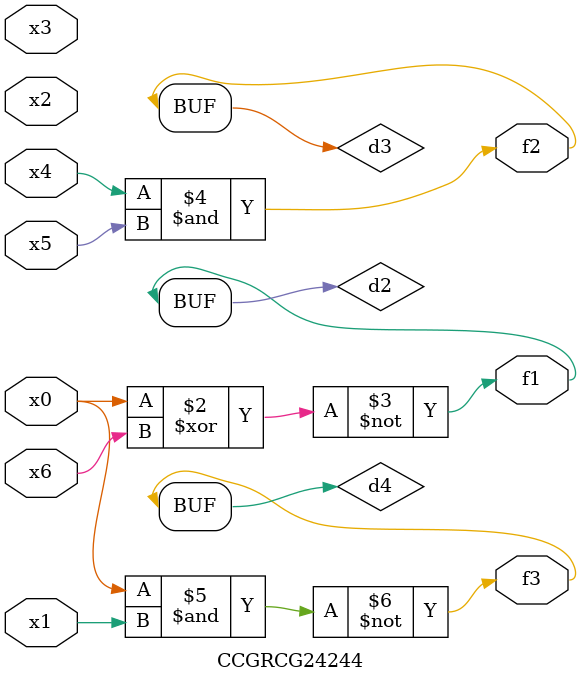
<source format=v>
module CCGRCG24244(
	input x0, x1, x2, x3, x4, x5, x6,
	output f1, f2, f3
);

	wire d1, d2, d3, d4;

	nor (d1, x0);
	xnor (d2, x0, x6);
	and (d3, x4, x5);
	nand (d4, x0, x1);
	assign f1 = d2;
	assign f2 = d3;
	assign f3 = d4;
endmodule

</source>
